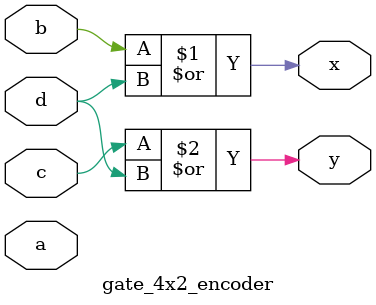
<source format=sv>
module gate_4x2_encoder (
  input a,
  b,
  c,
  d,
  output x,
  y
);
  or (x, b, d);
  or (y, c, d);
endmodule

</source>
